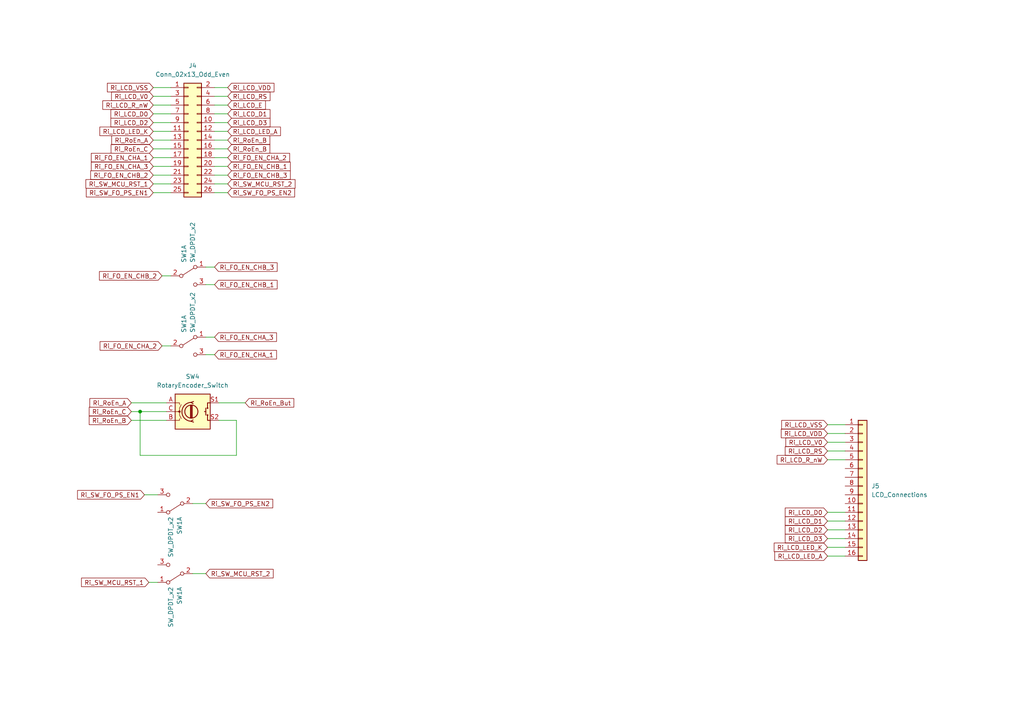
<source format=kicad_sch>
(kicad_sch (version 20230121) (generator eeschema)
  (paper "A4")
  (title_block (title "Dual Tesla Coil - Dual Tone Midi Controller") (rev "V2") (comment 1 "Example for Ribbon or Front Panel Accessories.") (comment 2 "These are not mandatory, but they are what I successfully use"))
  (lib_symbols
    (symbol "Connector_Generic:Conn_01x16" (pin_names (offset 1.016) hide)
      (property "Reference" "J" (at 0 20.32 0))
      (property "Value" "Conn_01x16" (at 0 -22.86 0))
      (symbol "Conn_01x16_1_1"
        (rectangle (start -1.27 -20.193) (end 0 -20.447) (stroke (width 0.1524)))
        (rectangle (start -1.27 -17.653) (end 0 -17.907) (stroke (width 0.1524)))
        (rectangle (start -1.27 -15.113) (end 0 -15.367) (stroke (width 0.1524)))
        (rectangle (start -1.27 -12.573) (end 0 -12.827) (stroke (width 0.1524)))
        (rectangle (start -1.27 -10.033) (end 0 -10.287) (stroke (width 0.1524)))
        (rectangle (start -1.27 -7.493) (end 0 -7.747) (stroke (width 0.1524)))
        (rectangle (start -1.27 -4.953) (end 0 -5.207) (stroke (width 0.1524)))
        (rectangle (start -1.27 -2.413) (end 0 -2.667) (stroke (width 0.1524)))
        (rectangle (start -1.27 0.127) (end 0 -0.127) (stroke (width 0.1524)))
        (rectangle (start -1.27 2.667) (end 0 2.413) (stroke (width 0.1524)))
        (rectangle (start -1.27 5.207) (end 0 4.953) (stroke (width 0.1524)))
        (rectangle (start -1.27 7.747) (end 0 7.493) (stroke (width 0.1524)))
        (rectangle (start -1.27 10.287) (end 0 10.033) (stroke (width 0.1524)))
        (rectangle (start -1.27 12.827) (end 0 12.573) (stroke (width 0.1524)))
        (rectangle (start -1.27 15.367) (end 0 15.113) (stroke (width 0.1524)))
        (rectangle (start -1.27 17.907) (end 0 17.653) (stroke (width 0.1524)))
        (rectangle (start -1.27 19.05) (end 1.27 -21.59) (stroke (width 0.254)) (fill (type background)))
        (pin passive line (at -5.08 17.78 0) (length 3.81) (name "Pin_1") (number "1"))
        (pin passive line (at -5.08 -5.08 0) (length 3.81) (name "Pin_10") (number "10"))
        (pin passive line (at -5.08 -7.62 0) (length 3.81) (name "Pin_11") (number "11"))
        (pin passive line (at -5.08 -10.16 0) (length 3.81) (name "Pin_12") (number "12"))
        (pin passive line (at -5.08 -12.7 0) (length 3.81) (name "Pin_13") (number "13"))
        (pin passive line (at -5.08 -15.24 0) (length 3.81) (name "Pin_14") (number "14"))
        (pin passive line (at -5.08 -17.78 0) (length 3.81) (name "Pin_15") (number "15"))
        (pin passive line (at -5.08 -20.32 0) (length 3.81) (name "Pin_16") (number "16"))
        (pin passive line (at -5.08 15.24 0) (length 3.81) (name "Pin_2") (number "2"))
        (pin passive line (at -5.08 12.7 0) (length 3.81) (name "Pin_3") (number "3"))
        (pin passive line (at -5.08 10.16 0) (length 3.81) (name "Pin_4") (number "4"))
        (pin passive line (at -5.08 7.62 0) (length 3.81) (name "Pin_5") (number "5"))
        (pin passive line (at -5.08 5.08 0) (length 3.81) (name "Pin_6") (number "6"))
        (pin passive line (at -5.08 2.54 0) (length 3.81) (name "Pin_7") (number "7"))
        (pin passive line (at -5.08 0 0) (length 3.81) (name "Pin_8") (number "8"))
        (pin passive line (at -5.08 -2.54 0) (length 3.81) (name "Pin_9") (number "9"))
      )
    )
    (symbol "Connector_Generic:Conn_02x13_Odd_Even" (pin_names (offset 1.016) hide)
      (property "Reference" "J" (at 1.27 17.78 0))
      (property "Value" "Conn_02x13_Odd_Even" (at 1.27 -17.78 0))
      (symbol "Conn_02x13_Odd_Even_1_1"
        (rectangle (start -1.27 -15.113) (end 0 -15.367) (stroke (width 0.1524)))
        (rectangle (start -1.27 -12.573) (end 0 -12.827) (stroke (width 0.1524)))
        (rectangle (start -1.27 -10.033) (end 0 -10.287) (stroke (width 0.1524)))
        (rectangle (start -1.27 -7.493) (end 0 -7.747) (stroke (width 0.1524)))
        (rectangle (start -1.27 -4.953) (end 0 -5.207) (stroke (width 0.1524)))
        (rectangle (start -1.27 -2.413) (end 0 -2.667) (stroke (width 0.1524)))
        (rectangle (start -1.27 0.127) (end 0 -0.127) (stroke (width 0.1524)))
        (rectangle (start -1.27 2.667) (end 0 2.413) (stroke (width 0.1524)))
        (rectangle (start -1.27 5.207) (end 0 4.953) (stroke (width 0.1524)))
        (rectangle (start -1.27 7.747) (end 0 7.493) (stroke (width 0.1524)))
        (rectangle (start -1.27 10.287) (end 0 10.033) (stroke (width 0.1524)))
        (rectangle (start -1.27 12.827) (end 0 12.573) (stroke (width 0.1524)))
        (rectangle (start -1.27 15.367) (end 0 15.113) (stroke (width 0.1524)))
        (rectangle (start -1.27 16.51) (end 3.81 -16.51) (stroke (width 0.254)) (fill (type background)))
        (rectangle (start 3.81 -15.113) (end 2.54 -15.367) (stroke (width 0.1524)))
        (rectangle (start 3.81 -12.573) (end 2.54 -12.827) (stroke (width 0.1524)))
        (rectangle (start 3.81 -10.033) (end 2.54 -10.287) (stroke (width 0.1524)))
        (rectangle (start 3.81 -7.493) (end 2.54 -7.747) (stroke (width 0.1524)))
        (rectangle (start 3.81 -4.953) (end 2.54 -5.207) (stroke (width 0.1524)))
        (rectangle (start 3.81 -2.413) (end 2.54 -2.667) (stroke (width 0.1524)))
        (rectangle (start 3.81 0.127) (end 2.54 -0.127) (stroke (width 0.1524)))
        (rectangle (start 3.81 2.667) (end 2.54 2.413) (stroke (width 0.1524)))
        (rectangle (start 3.81 5.207) (end 2.54 4.953) (stroke (width 0.1524)))
        (rectangle (start 3.81 7.747) (end 2.54 7.493) (stroke (width 0.1524)))
        (rectangle (start 3.81 10.287) (end 2.54 10.033) (stroke (width 0.1524)))
        (rectangle (start 3.81 12.827) (end 2.54 12.573) (stroke (width 0.1524)))
        (rectangle (start 3.81 15.367) (end 2.54 15.113) (stroke (width 0.1524)))
        (pin passive line (at -5.08 15.24 0) (length 3.81) (name "Pin_1") (number "1"))
        (pin passive line (at 7.62 5.08 180) (length 3.81) (name "Pin_10") (number "10"))
        (pin passive line (at -5.08 2.54 0) (length 3.81) (name "Pin_11") (number "11"))
        (pin passive line (at 7.62 2.54 180) (length 3.81) (name "Pin_12") (number "12"))
        (pin passive line (at -5.08 0 0) (length 3.81) (name "Pin_13") (number "13"))
        (pin passive line (at 7.62 0 180) (length 3.81) (name "Pin_14") (number "14"))
        (pin passive line (at -5.08 -2.54 0) (length 3.81) (name "Pin_15") (number "15"))
        (pin passive line (at 7.62 -2.54 180) (length 3.81) (name "Pin_16") (number "16"))
        (pin passive line (at -5.08 -5.08 0) (length 3.81) (name "Pin_17") (number "17"))
        (pin passive line (at 7.62 -5.08 180) (length 3.81) (name "Pin_18") (number "18"))
        (pin passive line (at -5.08 -7.62 0) (length 3.81) (name "Pin_19") (number "19"))
        (pin passive line (at 7.62 15.24 180) (length 3.81) (name "Pin_2") (number "2"))
        (pin passive line (at 7.62 -7.62 180) (length 3.81) (name "Pin_20") (number "20"))
        (pin passive line (at -5.08 -10.16 0) (length 3.81) (name "Pin_21") (number "21"))
        (pin passive line (at 7.62 -10.16 180) (length 3.81) (name "Pin_22") (number "22"))
        (pin passive line (at -5.08 -12.7 0) (length 3.81) (name "Pin_23") (number "23"))
        (pin passive line (at 7.62 -12.7 180) (length 3.81) (name "Pin_24") (number "24"))
        (pin passive line (at -5.08 -15.24 0) (length 3.81) (name "Pin_25") (number "25"))
        (pin passive line (at 7.62 -15.24 180) (length 3.81) (name "Pin_26") (number "26"))
        (pin passive line (at -5.08 12.7 0) (length 3.81) (name "Pin_3") (number "3"))
        (pin passive line (at 7.62 12.7 180) (length 3.81) (name "Pin_4") (number "4"))
        (pin passive line (at -5.08 10.16 0) (length 3.81) (name "Pin_5") (number "5"))
        (pin passive line (at 7.62 10.16 180) (length 3.81) (name "Pin_6") (number "6"))
        (pin passive line (at -5.08 7.62 0) (length 3.81) (name "Pin_7") (number "7"))
        (pin passive line (at 7.62 7.62 180) (length 3.81) (name "Pin_8") (number "8"))
        (pin passive line (at -5.08 5.08 0) (length 3.81) (name "Pin_9") (number "9"))
      )
    )
    (symbol "Device:RotaryEncoder_Switch" (pin_names (offset 0.254) hide)
      (property "Reference" "SW" (at 0 6.604 0))
      (property "Value" "RotaryEncoder_Switch" (at 0 -6.604 0))
      (symbol "RotaryEncoder_Switch_0_1"
        (rectangle (start -5.08 5.08) (end 5.08 -5.08) (stroke (width 0.254)) (fill (type background)))
        (circle (center -3.81 0) (radius 0.254) (fill (type outline)))
        (circle (center -0.381 0) (radius 1.905) (stroke (width 0.254)))
        (arc (start -0.381 2.667) (mid -3.0988 -0.0635) (end -0.381 -2.794) (stroke (width 0.254)))
        (polyline (pts (xy -0.635 -1.778) (xy -0.635 1.778)) (stroke (width 0.254)))
        (polyline (pts (xy -0.381 -1.778) (xy -0.381 1.778)) (stroke (width 0.254)))
        (polyline (pts (xy -0.127 1.778) (xy -0.127 -1.778)) (stroke (width 0.254)))
        (polyline (pts (xy 3.81 0) (xy 3.429 0)) (stroke (width 0.254)))
        (polyline (pts (xy 3.81 1.016) (xy 3.81 -1.016)) (stroke (width 0.254)))
        (polyline (pts (xy -5.08 -2.54) (xy -3.81 -2.54) (xy -3.81 -2.032)))
        (polyline (pts (xy -5.08 2.54) (xy -3.81 2.54) (xy -3.81 2.032)))
        (polyline (pts (xy 0.254 -3.048) (xy -0.508 -2.794) (xy 0.127 -2.413)) (stroke (width 0.254)))
        (polyline (pts (xy 0.254 2.921) (xy -0.508 2.667) (xy 0.127 2.286)) (stroke (width 0.254)))
        (polyline (pts (xy 5.08 -2.54) (xy 4.318 -2.54) (xy 4.318 -1.016)) (stroke (width 0.254)))
        (polyline (pts (xy 5.08 2.54) (xy 4.318 2.54) (xy 4.318 1.016)) (stroke (width 0.254)))
        (polyline (pts (xy -5.08 0) (xy -3.81 0) (xy -3.81 -1.016) (xy -3.302 -2.032)))
        (polyline (pts (xy -4.318 0) (xy -3.81 0) (xy -3.81 1.016) (xy -3.302 2.032)))
        (circle (center 4.318 -1.016) (radius 0.127) (stroke (width 0.254)))
        (circle (center 4.318 1.016) (radius 0.127) (stroke (width 0.254)))
      )
      (symbol "RotaryEncoder_Switch_1_1"
        (pin passive line (at -7.62 2.54 0) (length 2.54) (name "A") (number "A"))
        (pin passive line (at -7.62 -2.54 0) (length 2.54) (name "B") (number "B"))
        (pin passive line (at -7.62 0 0) (length 2.54) (name "C") (number "C"))
        (pin passive line (at 7.62 2.54 180) (length 2.54) (name "S1") (number "S1"))
        (pin passive line (at 7.62 -2.54 180) (length 2.54) (name "S2") (number "S2"))
      )
    )
    (symbol "Switch:SW_DPDT_x2" (pin_names (offset 0) hide)
      (property "Reference" "SW" (at 0 4.318 0))
      (property "Value" "SW_DPDT_x2" (at 0 -5.08 0))
      (symbol "SW_DPDT_x2_0_0"
        (circle (center -2.032 0) (radius 0.508))
        (circle (center 2.032 -2.54) (radius 0.508))
      )
      (symbol "SW_DPDT_x2_0_1"
        (polyline (pts (xy -1.524 0.254) (xy 1.651 2.286)))
        (circle (center 2.032 2.54) (radius 0.508))
      )
      (symbol "SW_DPDT_x2_1_1"
        (pin passive line (at 5.08 2.54 180) (length 2.54) (name "A") (number "1"))
        (pin passive line (at -5.08 0 0) (length 2.54) (name "B") (number "2"))
        (pin passive line (at 5.08 -2.54 180) (length 2.54) (name "C") (number "3"))
      )
      (symbol "SW_DPDT_x2_2_1"
        (pin passive line (at 5.08 2.54 180) (length 2.54) (name "A") (number "4"))
        (pin passive line (at -5.08 0 0) (length 2.54) (name "B") (number "5"))
        (pin passive line (at 5.08 -2.54 180) (length 2.54) (name "C") (number "6"))
      )
    )
  )
  (junction (at 40.64 119.38))
  (wire (pts (xy 68.58 121.92) (xy 63.5 121.92)))
  (wire (pts (xy 44.45 53.34) (xy 49.53 53.34)))
  (wire (pts (xy 44.45 27.94) (xy 49.53 27.94)))
  (wire (pts (xy 40.64 132.08) (xy 68.58 132.08)))
  (wire (pts (xy 48.26 119.38) (xy 40.64 119.38)))
  (wire (pts (xy 55.88 146.05) (xy 59.69 146.05)))
  (wire (pts (xy 240.03 125.73) (xy 245.11 125.73)))
  (wire (pts (xy 38.1 119.38) (xy 40.64 119.38)))
  (wire (pts (xy 38.1 116.84) (xy 48.26 116.84)))
  (wire (pts (xy 62.23 25.4) (xy 66.04 25.4)))
  (wire (pts (xy 62.23 48.26) (xy 66.04 48.26)))
  (wire (pts (xy 240.03 153.67) (xy 245.11 153.67)))
  (wire (pts (xy 44.45 38.1) (xy 49.53 38.1)))
  (wire (pts (xy 240.03 128.27) (xy 245.11 128.27)))
  (wire (pts (xy 240.03 151.13) (xy 245.11 151.13)))
  (wire (pts (xy 63.5 116.84) (xy 71.12 116.84)))
  (wire (pts (xy 44.45 33.02) (xy 49.53 33.02)))
  (wire (pts (xy 240.03 161.29) (xy 245.11 161.29)))
  (wire (pts (xy 62.23 45.72) (xy 66.04 45.72)))
  (wire (pts (xy 240.03 158.75) (xy 245.11 158.75)))
  (wire (pts (xy 62.23 30.48) (xy 66.04 30.48)))
  (wire (pts (xy 40.64 119.38) (xy 40.64 132.08)))
  (wire (pts (xy 46.99 80.01) (xy 49.53 80.01)))
  (wire (pts (xy 44.45 43.18) (xy 49.53 43.18)))
  (wire (pts (xy 44.45 35.56) (xy 49.53 35.56)))
  (wire (pts (xy 44.45 40.64) (xy 49.53 40.64)))
  (wire (pts (xy 44.45 50.8) (xy 49.53 50.8)))
  (wire (pts (xy 240.03 156.21) (xy 245.11 156.21)))
  (wire (pts (xy 62.23 53.34) (xy 66.04 53.34)))
  (wire (pts (xy 62.23 43.18) (xy 66.04 43.18)))
  (wire (pts (xy 62.23 38.1) (xy 66.04 38.1)))
  (wire (pts (xy 59.69 82.55) (xy 62.23 82.55)))
  (wire (pts (xy 44.45 45.72) (xy 49.53 45.72)))
  (wire (pts (xy 44.45 48.26) (xy 49.53 48.26)))
  (wire (pts (xy 59.69 97.79) (xy 62.23 97.79)))
  (wire (pts (xy 68.58 132.08) (xy 68.58 121.92)))
  (wire (pts (xy 44.45 25.4) (xy 49.53 25.4)))
  (wire (pts (xy 240.03 148.59) (xy 245.11 148.59)))
  (wire (pts (xy 38.1 121.92) (xy 48.26 121.92)))
  (wire (pts (xy 240.03 133.35) (xy 245.11 133.35)))
  (wire (pts (xy 62.23 27.94) (xy 66.04 27.94)))
  (wire (pts (xy 55.88 166.37) (xy 59.69 166.37)))
  (wire (pts (xy 240.03 130.81) (xy 245.11 130.81)))
  (wire (pts (xy 44.45 55.88) (xy 49.53 55.88)))
  (wire (pts (xy 62.23 33.02) (xy 66.04 33.02)))
  (wire (pts (xy 240.03 123.19) (xy 245.11 123.19)))
  (wire (pts (xy 59.69 102.87) (xy 62.23 102.87)))
  (wire (pts (xy 46.99 100.33) (xy 49.53 100.33)))
  (wire (pts (xy 62.23 50.8) (xy 66.04 50.8)))
  (wire (pts (xy 59.69 77.47) (xy 62.23 77.47)))
  (wire (pts (xy 44.45 30.48) (xy 49.53 30.48)))
  (wire (pts (xy 62.23 55.88) (xy 66.04 55.88)))
  (wire (pts (xy 62.23 35.56) (xy 66.04 35.56)))
  (wire (pts (xy 41.91 143.51) (xy 45.72 143.51)))
  (wire (pts (xy 62.23 40.64) (xy 66.04 40.64)))
  (wire (pts (xy 43.18 168.91) (xy 45.72 168.91)))
  (global_label "Ri_RoEn_B" (shape input) (at 66.04 40.64 0) (property "Intersheetrefs" "${INTERSHEET_REFS}" (effects hide)))
  (global_label "Ri_LCD_VSS" (shape input) (at 240.03 123.19 180) (property "Intersheetrefs" "${INTERSHEET_REFS}" (effects hide)))
  (global_label "Ri_LCD_R_nW" (shape input) (at 240.03 133.35 180) (property "Intersheetrefs" "${INTERSHEET_REFS}" (effects hide)))
  (global_label "Ri_LCD_V0" (shape input) (at 240.03 128.27 180) (property "Intersheetrefs" "${INTERSHEET_REFS}" (effects hide)))
  (global_label "Ri_FO_EN_CHB_3" (shape input) (at 62.23 77.47 0) (property "Intersheetrefs" "${INTERSHEET_REFS}" (effects hide)))
  (global_label "Ri_RoEn_A" (shape input) (at 44.45 40.64 180) (property "Intersheetrefs" "${INTERSHEET_REFS}" (effects hide)))
  (global_label "Ri_LCD_D0" (shape input) (at 44.45 33.02 180) (property "Intersheetrefs" "${INTERSHEET_REFS}" (effects hide)))
  (global_label "Ri_FO_EN_CHB_1" (shape input) (at 66.04 48.26 0) (property "Intersheetrefs" "${INTERSHEET_REFS}" (effects hide)))
  (global_label "Ri_SW_FO_PS_EN2" (shape input) (at 59.69 146.05 0) (property "Intersheetrefs" "${INTERSHEET_REFS}" (effects hide)))
  (global_label "Ri_RoEn_C" (shape input) (at 38.1 119.38 180) (property "Intersheetrefs" "${INTERSHEET_REFS}" (effects hide)))
  (global_label "Ri_RoEn_B" (shape input) (at 38.1 121.92 180) (property "Intersheetrefs" "${INTERSHEET_REFS}" (effects hide)))
  (global_label "Ri_SW_MCU_RST_2" (shape input) (at 59.69 166.37 0) (property "Intersheetrefs" "${INTERSHEET_REFS}" (effects hide)))
  (global_label "Ri_RoEn_B" (shape input) (at 66.04 43.18 0) (property "Intersheetrefs" "${INTERSHEET_REFS}" (effects hide)))
  (global_label "Ri_RoEn_A" (shape input) (at 38.1 116.84 180) (property "Intersheetrefs" "${INTERSHEET_REFS}" (effects hide)))
  (global_label "Ri_LCD_RS" (shape input) (at 240.03 130.81 180) (property "Intersheetrefs" "${INTERSHEET_REFS}" (effects hide)))
  (global_label "Ri_LCD_D2" (shape input) (at 240.03 153.67 180) (property "Intersheetrefs" "${INTERSHEET_REFS}" (effects hide)))
  (global_label "Ri_LCD_LED_K" (shape input) (at 44.45 38.1 180) (property "Intersheetrefs" "${INTERSHEET_REFS}" (effects hide)))
  (global_label "Ri_SW_FO_PS_EN1" (shape input) (at 41.91 143.51 180) (property "Intersheetrefs" "${INTERSHEET_REFS}" (effects hide)))
  (global_label "Ri_FO_EN_CHA_1" (shape input) (at 44.45 45.72 180) (property "Intersheetrefs" "${INTERSHEET_REFS}" (effects hide)))
  (global_label "Ri_LCD_D3" (shape input) (at 240.03 156.21 180) (property "Intersheetrefs" "${INTERSHEET_REFS}" (effects hide)))
  (global_label "Ri_LCD_D0" (shape input) (at 240.03 148.59 180) (property "Intersheetrefs" "${INTERSHEET_REFS}" (effects hide)))
  (global_label "Ri_LCD_VDD" (shape input) (at 66.04 25.4 0) (property "Intersheetrefs" "${INTERSHEET_REFS}" (effects hide)))
  (global_label "Ri_LCD_LED_K" (shape input) (at 240.03 158.75 180) (property "Intersheetrefs" "${INTERSHEET_REFS}" (effects hide)))
  (global_label "Ri_FO_EN_CHA_3" (shape input) (at 44.45 48.26 180) (property "Intersheetrefs" "${INTERSHEET_REFS}" (effects hide)))
  (global_label "Ri_SW_MCU_RST_1" (shape input) (at 43.18 168.91 180) (property "Intersheetrefs" "${INTERSHEET_REFS}" (effects hide)))
  (global_label "Ri_LCD_VSS" (shape input) (at 44.45 25.4 180) (property "Intersheetrefs" "${INTERSHEET_REFS}" (effects hide)))
  (global_label "Ri_SW_FO_PS_EN2" (shape input) (at 66.04 55.88 0) (property "Intersheetrefs" "${INTERSHEET_REFS}" (effects hide)))
  (global_label "Ri_LCD_V0" (shape input) (at 44.45 27.94 180) (property "Intersheetrefs" "${INTERSHEET_REFS}" (effects hide)))
  (global_label "Ri_SW_FO_PS_EN1" (shape input) (at 44.45 55.88 180) (property "Intersheetrefs" "${INTERSHEET_REFS}" (effects hide)))
  (global_label "Ri_LCD_D1" (shape input) (at 240.03 151.13 180) (property "Intersheetrefs" "${INTERSHEET_REFS}" (effects hide)))
  (global_label "Ri_FO_EN_CHB_2" (shape input) (at 44.45 50.8 180) (property "Intersheetrefs" "${INTERSHEET_REFS}" (effects hide)))
  (global_label "Ri_FO_EN_CHB_1" (shape input) (at 62.23 82.55 0) (property "Intersheetrefs" "${INTERSHEET_REFS}" (effects hide)))
  (global_label "Ri_LCD_LED_A" (shape input) (at 66.04 38.1 0) (property "Intersheetrefs" "${INTERSHEET_REFS}" (effects hide)))
  (global_label "Ri_FO_EN_CHA_2" (shape input) (at 46.99 100.33 180) (property "Intersheetrefs" "${INTERSHEET_REFS}" (effects hide)))
  (global_label "Ri_FO_EN_CHB_2" (shape input) (at 46.99 80.01 180) (property "Intersheetrefs" "${INTERSHEET_REFS}" (effects hide)))
  (global_label "Ri_FO_EN_CHA_2" (shape input) (at 66.04 45.72 0) (property "Intersheetrefs" "${INTERSHEET_REFS}" (effects hide)))
  (global_label "Ri_LCD_D2" (shape input) (at 44.45 35.56 180) (property "Intersheetrefs" "${INTERSHEET_REFS}" (effects hide)))
  (global_label "Ri_FO_EN_CHA_1" (shape input) (at 62.23 102.87 0) (property "Intersheetrefs" "${INTERSHEET_REFS}" (effects hide)))
  (global_label "Ri_LCD_E" (shape input) (at 66.04 30.48 0) (property "Intersheetrefs" "${INTERSHEET_REFS}" (effects hide)))
  (global_label "Ri_LCD_D3" (shape input) (at 66.04 35.56 0) (property "Intersheetrefs" "${INTERSHEET_REFS}" (effects hide)))
  (global_label "Ri_LCD_LED_A" (shape input) (at 240.03 161.29 180) (property "Intersheetrefs" "${INTERSHEET_REFS}" (effects hide)))
  (global_label "Ri_SW_MCU_RST_2" (shape input) (at 66.04 53.34 0) (property "Intersheetrefs" "${INTERSHEET_REFS}" (effects hide)))
  (global_label "Ri_LCD_R_nW" (shape input) (at 44.45 30.48 180) (property "Intersheetrefs" "${INTERSHEET_REFS}" (effects hide)))
  (global_label "Ri_SW_MCU_RST_1" (shape input) (at 44.45 53.34 180) (property "Intersheetrefs" "${INTERSHEET_REFS}" (effects hide)))
  (global_label "Ri_LCD_VDD" (shape input) (at 240.03 125.73 180) (property "Intersheetrefs" "${INTERSHEET_REFS}" (effects hide)))
  (global_label "Ri_RoEn_C" (shape input) (at 44.45 43.18 180) (property "Intersheetrefs" "${INTERSHEET_REFS}" (effects hide)))
  (global_label "Ri_LCD_RS" (shape input) (at 66.04 27.94 0) (property "Intersheetrefs" "${INTERSHEET_REFS}" (effects hide)))
  (global_label "Ri_RoEn_But" (shape input) (at 71.12 116.84 0) (property "Intersheetrefs" "${INTERSHEET_REFS}" (effects hide)))
  (global_label "Ri_FO_EN_CHA_3" (shape input) (at 62.23 97.79 0) (property "Intersheetrefs" "${INTERSHEET_REFS}" (effects hide)))
  (global_label "Ri_LCD_D1" (shape input) (at 66.04 33.02 0) (property "Intersheetrefs" "${INTERSHEET_REFS}" (effects hide)))
  (global_label "Ri_FO_EN_CHB_3" (shape input) (at 66.04 50.8 0) (property "Intersheetrefs" "${INTERSHEET_REFS}" (effects hide)))
  (symbol (lib_id "Switch:SW_DPDT_x2") (at 50.8 166.37 180) (unit 1)
    (property "Reference" "SW1" (at 52.07 170.18 90) (effects (justify left)))
    (property "Value" "SW_DPDT_x2" (at 49.53 170.18 90) (effects (justify left)))
    (instances (project "Interupter" (path "" (reference "SW1") (unit 1)) (path "" (reference "SW3") (unit 1))))
  )
  (symbol (lib_id "Connector_Generic:Conn_02x13_Odd_Even") (at 54.61 40.64 0) (unit 1)
    (property "Reference" "J4" (at 55.88 19.05 0))
    (property "Value" "Conn_02x13_Odd_Even" (at 55.88 21.59 0))
  )
  (symbol (lib_id "Switch:SW_DPDT_x2") (at 54.61 80.01 0) (unit 1)
    (property "Reference" "SW1" (at 53.34 76.2 90) (effects (justify left)))
    (property "Value" "SW_DPDT_x2" (at 55.88 76.2 90) (effects (justify left)))
    (instances (project "Interupter" (path "" (reference "SW1") (unit 1)) (path "" (reference "SW2") (unit 1))))
  )
  (symbol (lib_id "Switch:SW_DPDT_x2") (at 54.61 100.33 0) (unit 1)
    (property "Reference" "SW1" (at 53.34 96.52 90) (effects (justify left)))
    (property "Value" "SW_DPDT_x2" (at 55.88 96.52 90) (effects (justify left)))
  )
  (symbol (lib_id "Device:RotaryEncoder_Switch") (at 55.88 119.38 0) (unit 1)
    (property "Reference" "SW4" (at 55.88 109.22 0))
    (property "Value" "RotaryEncoder_Switch" (at 55.88 111.76 0))
  )
  (symbol (lib_id "Connector_Generic:Conn_01x16") (at 250.19 140.97 0) (unit 1)
    (property "Reference" "J5" (at 252.73 140.97 0) (effects (justify left)))
    (property "Value" "LCD_Connections" (at 252.73 143.51 0) (effects (justify left)))
  )
  (symbol (lib_id "Switch:SW_DPDT_x2") (at 50.8 146.05 180) (unit 1)
    (property "Reference" "SW1" (at 52.07 149.86 90) (effects (justify left)))
    (property "Value" "SW_DPDT_x2" (at 49.53 149.86 90) (effects (justify left)))
    (instances (project "Interupter" (path "" (reference "SW1") (unit 1)) (path "" (reference "SW3") (unit 1))))
  )
)
</source>
